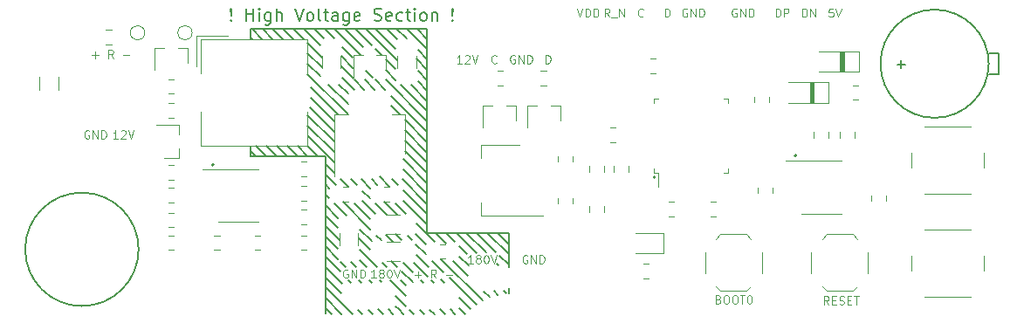
<source format=gbr>
G04 #@! TF.GenerationSoftware,KiCad,Pcbnew,(5.1.5-0-10_14)*
G04 #@! TF.CreationDate,2020-05-10T15:33:43-07:00*
G04 #@! TF.ProjectId,control_module,636f6e74-726f-46c5-9f6d-6f64756c652e,rev?*
G04 #@! TF.SameCoordinates,Original*
G04 #@! TF.FileFunction,Legend,Top*
G04 #@! TF.FilePolarity,Positive*
%FSLAX46Y46*%
G04 Gerber Fmt 4.6, Leading zero omitted, Abs format (unit mm)*
G04 Created by KiCad (PCBNEW (5.1.5-0-10_14)) date 2020-05-10 15:33:43*
%MOMM*%
%LPD*%
G04 APERTURE LIST*
%ADD10C,0.150000*%
%ADD11C,0.120000*%
%ADD12C,0.200000*%
G04 APERTURE END LIST*
D10*
X94375000Y-76475000D02*
X95350000Y-77450000D01*
X93475000Y-76575000D02*
X93825000Y-76925000D01*
X92600000Y-76700000D02*
X92850000Y-76950000D01*
X91600000Y-76700000D02*
X91850000Y-76950000D01*
X89600000Y-76700000D02*
X90125000Y-77225000D01*
X87575000Y-76675000D02*
X87800000Y-76900000D01*
X86575000Y-76675000D02*
X86825000Y-76925000D01*
X85575000Y-76675000D02*
X85850000Y-76950000D01*
X84575000Y-76675000D02*
X84825000Y-76925000D01*
X75200000Y-53300000D02*
X75125000Y-53225000D01*
X76200000Y-53300000D02*
X75200000Y-52300000D01*
X77200000Y-53300000D02*
X76225000Y-52325000D01*
X78200000Y-53300000D02*
X77200000Y-52300000D01*
X79200000Y-53300000D02*
X78200000Y-52300000D01*
X80200000Y-53300000D02*
X79200000Y-52300000D01*
X83175000Y-53275000D02*
X82225000Y-52325000D01*
X82175000Y-53275000D02*
X81225000Y-52325000D01*
X81825000Y-53925000D02*
X80225000Y-52325000D01*
X81975000Y-55075000D02*
X80600000Y-53700000D01*
X81975000Y-56075000D02*
X80600000Y-54700000D01*
X81825000Y-56925000D02*
X80600000Y-55700000D01*
X83625000Y-57725000D02*
X84500000Y-58600000D01*
X82625000Y-57725000D02*
X84500000Y-59600000D01*
X84500000Y-60600000D02*
X80600000Y-56700000D01*
X83525000Y-60625000D02*
X80900000Y-58000000D01*
X83175000Y-61275000D02*
X80900000Y-59000000D01*
X83175000Y-62275000D02*
X80825000Y-59925000D01*
X83175000Y-63275000D02*
X80600000Y-60700000D01*
X83175000Y-64275000D02*
X80600000Y-61700000D01*
X75600000Y-64700000D02*
X75100000Y-64200000D01*
X76600000Y-64700000D02*
X75600000Y-63700000D01*
X77600000Y-64700000D02*
X76600000Y-63700000D01*
X78600000Y-64700000D02*
X77600000Y-63700000D01*
X79600000Y-64700000D02*
X78600000Y-63700000D01*
X80600000Y-64700000D02*
X79600000Y-63700000D01*
X81600000Y-64700000D02*
X80570000Y-63670000D01*
X83175000Y-65275000D02*
X80625000Y-62725000D01*
X83175000Y-66275000D02*
X82300000Y-65400000D01*
X82675000Y-68775000D02*
X82325000Y-68425000D01*
X82675000Y-67775000D02*
X82325000Y-67425000D01*
X83350000Y-67450000D02*
X82325000Y-66425000D01*
X84525000Y-67625000D02*
X83800000Y-66900000D01*
X85350000Y-67450000D02*
X84800000Y-66900000D01*
X86675000Y-67775000D02*
X85800000Y-66900000D01*
X87350000Y-67450000D02*
X86800000Y-66900000D01*
X89350000Y-67450000D02*
X88800000Y-66900000D01*
X88525000Y-67625000D02*
X87550000Y-66650000D01*
X86950000Y-57050000D02*
X86250000Y-56350000D01*
X88100000Y-58200000D02*
X87150000Y-57250000D01*
X87100000Y-58200000D02*
X86150000Y-57250000D01*
X86100000Y-58200000D02*
X85125000Y-57250000D01*
X85100000Y-58200000D02*
X83975000Y-57075000D01*
X85050000Y-57150000D02*
X83825000Y-55925000D01*
X85000000Y-56100000D02*
X83825000Y-54925000D01*
X84975000Y-55075000D02*
X83975000Y-54075000D01*
X89150000Y-57275000D02*
X88200000Y-56325000D01*
X85725000Y-54825000D02*
X83225000Y-52325000D01*
X86000000Y-54100000D02*
X84225000Y-52325000D01*
X86850000Y-53950000D02*
X85225000Y-52325000D01*
X87725000Y-54825000D02*
X87200000Y-54300000D01*
X89150000Y-56250000D02*
X88200000Y-55300000D01*
X89275000Y-55375000D02*
X86225000Y-52325000D01*
X87200000Y-52300000D02*
X89125000Y-54225000D01*
X89250000Y-53350000D02*
X88225000Y-52325000D01*
X90175000Y-53275000D02*
X89225000Y-52325000D01*
X92200000Y-53300000D02*
X91200000Y-52300000D01*
X92200000Y-54300000D02*
X90200000Y-52300000D01*
X92200000Y-55300000D02*
X91275000Y-54375000D01*
X92200000Y-56300000D02*
X91125000Y-55225000D01*
X92200000Y-57300000D02*
X91275000Y-56375000D01*
X92200000Y-58300000D02*
X91275000Y-57375000D01*
X92200000Y-59300000D02*
X90625000Y-57725000D01*
X92200000Y-60300000D02*
X89625000Y-57725000D01*
X92200000Y-61300000D02*
X88150000Y-57250000D01*
X89500000Y-60600000D02*
X88700000Y-59800000D01*
X92175000Y-62275000D02*
X88700000Y-58800000D01*
X92200000Y-63300000D02*
X90025000Y-61125000D01*
X92200000Y-64300000D02*
X90025000Y-62125000D01*
X92200000Y-65300000D02*
X90025000Y-63125000D01*
X92200000Y-66300000D02*
X90050000Y-64150000D01*
X92200000Y-67300000D02*
X89850000Y-64950000D01*
X92200000Y-68300000D02*
X89850000Y-65950000D01*
X84375000Y-70475000D02*
X83150000Y-69250000D01*
X83550000Y-70650000D02*
X82325000Y-69425000D01*
X83525000Y-71625000D02*
X82325000Y-70425000D01*
X83675000Y-72775000D02*
X82325000Y-71425000D01*
X83525000Y-73625000D02*
X82325000Y-72425000D01*
X83525000Y-74625000D02*
X82325000Y-73425000D01*
X85925000Y-68025000D02*
X86675000Y-68775000D01*
X92200000Y-69300000D02*
X89800000Y-66900000D01*
X92175000Y-70275000D02*
X89900000Y-68000000D01*
X92175000Y-71275000D02*
X89900000Y-69000000D01*
X90125000Y-70225000D02*
X89150000Y-69250000D01*
X89275000Y-70375000D02*
X88000000Y-69100000D01*
X88250000Y-70350000D02*
X87150000Y-69250000D01*
X87125000Y-70225000D02*
X85900000Y-69000000D01*
X86675000Y-70775000D02*
X85150000Y-69250000D01*
X86675000Y-71775000D02*
X84000000Y-69100000D01*
X86800000Y-72900000D02*
X85675000Y-71775000D01*
X86675000Y-73775000D02*
X85525000Y-72625000D01*
X87725000Y-72825000D02*
X87275000Y-72375000D01*
X88875000Y-72975000D02*
X88200000Y-72300000D01*
X89725000Y-72825000D02*
X89150000Y-72250000D01*
X90725000Y-72825000D02*
X90275000Y-72375000D01*
X92075000Y-74175000D02*
X91100000Y-73200000D01*
X92100000Y-73200000D02*
X91075000Y-72175000D01*
X92900000Y-73000000D02*
X91125000Y-71225000D01*
X94025000Y-73125000D02*
X93025000Y-72125000D01*
X93800000Y-75900000D02*
X92700000Y-74800000D01*
X92350000Y-75450000D02*
X91125000Y-74225000D01*
X92250000Y-76350000D02*
X90875000Y-74975000D01*
X90800000Y-75900000D02*
X89875000Y-74975000D01*
X90775000Y-76875000D02*
X89725000Y-75825000D01*
X89300000Y-75400000D02*
X88725000Y-74825000D01*
X88300000Y-75400000D02*
X87875000Y-74975000D01*
X87300000Y-75400000D02*
X85675000Y-73775000D01*
X86300000Y-75400000D02*
X85625000Y-74725000D01*
X85300000Y-75400000D02*
X84800000Y-74925000D01*
X84325000Y-75425000D02*
X83800000Y-74900000D01*
X83775000Y-75875000D02*
X82325000Y-74425000D01*
X83925000Y-77025000D02*
X82325000Y-75425000D01*
X83900000Y-78000000D02*
X82325000Y-76425000D01*
X99125000Y-75225000D02*
X98975000Y-75075000D01*
X99000000Y-72100000D02*
X100075000Y-73175000D01*
X98000000Y-72100000D02*
X100100000Y-74200000D01*
X99200000Y-74300000D02*
X100100000Y-75200000D01*
X97000000Y-72100000D02*
X98875000Y-73975000D01*
X96000000Y-72100000D02*
X97925000Y-74025000D01*
X95000000Y-72100000D02*
X96950000Y-74050000D01*
X94900000Y-73000000D02*
X94000000Y-72100000D01*
X96075000Y-74175000D02*
X95325000Y-73425000D01*
X96200000Y-75300000D02*
X95325000Y-74425000D01*
X96175000Y-76275000D02*
X94700000Y-74800000D01*
X99900000Y-78000000D02*
X99650000Y-77750000D01*
X99000000Y-78100000D02*
X98650000Y-77750000D01*
X98225000Y-78325000D02*
X97675000Y-77775000D01*
X97550000Y-78650000D02*
X93550000Y-74650000D01*
X95350000Y-77450000D02*
X96950000Y-79050000D01*
X95325000Y-78425000D02*
X96425000Y-79525000D01*
X95325000Y-79425000D02*
X95900000Y-80000000D01*
X89425000Y-79525000D02*
X89100000Y-79200000D01*
X88600000Y-76700000D02*
X90100000Y-78200000D01*
X89125000Y-78225000D02*
X90100000Y-79200000D01*
X94425000Y-79525000D02*
X94900000Y-80000000D01*
X93425000Y-79525000D02*
X93900000Y-80000000D01*
X92450000Y-79550000D02*
X92900000Y-80000000D01*
X91450000Y-79550000D02*
X91900000Y-80000000D01*
X90475000Y-79575000D02*
X90900000Y-80000000D01*
X89425000Y-79525000D02*
X89900000Y-80000000D01*
X88425000Y-79525000D02*
X88900000Y-80000000D01*
X87425000Y-79525000D02*
X87900000Y-80000000D01*
X86450000Y-79550000D02*
X86900000Y-80000000D01*
X85450000Y-79550000D02*
X85900000Y-80000000D01*
X82300000Y-77400000D02*
X84925000Y-80025000D01*
X82300000Y-78400000D02*
X83900000Y-80000000D01*
X82300000Y-79400000D02*
X82900000Y-80000000D01*
X129400000Y-57600000D02*
X129400000Y-59400000D01*
X129500000Y-57600000D02*
X129500000Y-59400000D01*
X129600000Y-57600000D02*
X129600000Y-59400000D01*
X129700000Y-57600000D02*
X129700000Y-59400000D01*
X132400000Y-54600000D02*
X132400000Y-56400000D01*
X132500000Y-54600000D02*
X132500000Y-56400000D01*
X132600000Y-54600000D02*
X132600000Y-56400000D01*
X132300000Y-54600000D02*
X132300000Y-56400000D01*
X71500000Y-65500000D02*
G75*
G03X71500000Y-65500000I-100000J0D01*
G01*
X128000000Y-64600000D02*
G75*
G03X128000000Y-64600000I-100000J0D01*
G01*
X114300000Y-66700000D02*
G75*
G03X114300000Y-66700000I-100000J0D01*
G01*
X82300000Y-64700000D02*
X82300000Y-79900000D01*
X82300000Y-64700000D02*
X75100000Y-64700000D01*
X75100000Y-63700000D02*
X75100000Y-64700000D01*
X100100000Y-72100000D02*
X92200000Y-72100000D01*
X75100000Y-52300000D02*
X75100000Y-53300000D01*
D11*
X59390476Y-62200000D02*
X59314285Y-62161904D01*
X59200000Y-62161904D01*
X59085714Y-62200000D01*
X59009523Y-62276190D01*
X58971428Y-62352380D01*
X58933333Y-62504761D01*
X58933333Y-62619047D01*
X58971428Y-62771428D01*
X59009523Y-62847619D01*
X59085714Y-62923809D01*
X59200000Y-62961904D01*
X59276190Y-62961904D01*
X59390476Y-62923809D01*
X59428571Y-62885714D01*
X59428571Y-62619047D01*
X59276190Y-62619047D01*
X59771428Y-62961904D02*
X59771428Y-62161904D01*
X60228571Y-62961904D01*
X60228571Y-62161904D01*
X60609523Y-62961904D02*
X60609523Y-62161904D01*
X60800000Y-62161904D01*
X60914285Y-62200000D01*
X60990476Y-62276190D01*
X61028571Y-62352380D01*
X61066666Y-62504761D01*
X61066666Y-62619047D01*
X61028571Y-62771428D01*
X60990476Y-62847619D01*
X60914285Y-62923809D01*
X60800000Y-62961904D01*
X60609523Y-62961904D01*
X62204761Y-62961904D02*
X61747619Y-62961904D01*
X61976190Y-62961904D02*
X61976190Y-62161904D01*
X61900000Y-62276190D01*
X61823809Y-62352380D01*
X61747619Y-62390476D01*
X62509523Y-62238095D02*
X62547619Y-62200000D01*
X62623809Y-62161904D01*
X62814285Y-62161904D01*
X62890476Y-62200000D01*
X62928571Y-62238095D01*
X62966666Y-62314285D01*
X62966666Y-62390476D01*
X62928571Y-62504761D01*
X62471428Y-62961904D01*
X62966666Y-62961904D01*
X63195238Y-62161904D02*
X63461904Y-62961904D01*
X63728571Y-62161904D01*
X59690476Y-54857142D02*
X60300000Y-54857142D01*
X59995238Y-55161904D02*
X59995238Y-54552380D01*
X61747619Y-55161904D02*
X61480952Y-54780952D01*
X61290476Y-55161904D02*
X61290476Y-54361904D01*
X61595238Y-54361904D01*
X61671428Y-54400000D01*
X61709523Y-54438095D01*
X61747619Y-54514285D01*
X61747619Y-54628571D01*
X61709523Y-54704761D01*
X61671428Y-54742857D01*
X61595238Y-54780952D01*
X61290476Y-54780952D01*
X62700000Y-54857142D02*
X63309523Y-54857142D01*
X96623809Y-75061904D02*
X96166666Y-75061904D01*
X96395238Y-75061904D02*
X96395238Y-74261904D01*
X96319047Y-74376190D01*
X96242857Y-74452380D01*
X96166666Y-74490476D01*
X97080952Y-74604761D02*
X97004761Y-74566666D01*
X96966666Y-74528571D01*
X96928571Y-74452380D01*
X96928571Y-74414285D01*
X96966666Y-74338095D01*
X97004761Y-74300000D01*
X97080952Y-74261904D01*
X97233333Y-74261904D01*
X97309523Y-74300000D01*
X97347619Y-74338095D01*
X97385714Y-74414285D01*
X97385714Y-74452380D01*
X97347619Y-74528571D01*
X97309523Y-74566666D01*
X97233333Y-74604761D01*
X97080952Y-74604761D01*
X97004761Y-74642857D01*
X96966666Y-74680952D01*
X96928571Y-74757142D01*
X96928571Y-74909523D01*
X96966666Y-74985714D01*
X97004761Y-75023809D01*
X97080952Y-75061904D01*
X97233333Y-75061904D01*
X97309523Y-75023809D01*
X97347619Y-74985714D01*
X97385714Y-74909523D01*
X97385714Y-74757142D01*
X97347619Y-74680952D01*
X97309523Y-74642857D01*
X97233333Y-74604761D01*
X97880952Y-74261904D02*
X97957142Y-74261904D01*
X98033333Y-74300000D01*
X98071428Y-74338095D01*
X98109523Y-74414285D01*
X98147619Y-74566666D01*
X98147619Y-74757142D01*
X98109523Y-74909523D01*
X98071428Y-74985714D01*
X98033333Y-75023809D01*
X97957142Y-75061904D01*
X97880952Y-75061904D01*
X97804761Y-75023809D01*
X97766666Y-74985714D01*
X97728571Y-74909523D01*
X97690476Y-74757142D01*
X97690476Y-74566666D01*
X97728571Y-74414285D01*
X97766666Y-74338095D01*
X97804761Y-74300000D01*
X97880952Y-74261904D01*
X98376190Y-74261904D02*
X98642857Y-75061904D01*
X98909523Y-74261904D01*
X90990476Y-76157142D02*
X91600000Y-76157142D01*
X91295238Y-76461904D02*
X91295238Y-75852380D01*
X93047619Y-76461904D02*
X92780952Y-76080952D01*
X92590476Y-76461904D02*
X92590476Y-75661904D01*
X92895238Y-75661904D01*
X92971428Y-75700000D01*
X93009523Y-75738095D01*
X93047619Y-75814285D01*
X93047619Y-75928571D01*
X93009523Y-76004761D01*
X92971428Y-76042857D01*
X92895238Y-76080952D01*
X92590476Y-76080952D01*
X94000000Y-76157142D02*
X94609523Y-76157142D01*
X84490476Y-75700000D02*
X84414285Y-75661904D01*
X84300000Y-75661904D01*
X84185714Y-75700000D01*
X84109523Y-75776190D01*
X84071428Y-75852380D01*
X84033333Y-76004761D01*
X84033333Y-76119047D01*
X84071428Y-76271428D01*
X84109523Y-76347619D01*
X84185714Y-76423809D01*
X84300000Y-76461904D01*
X84376190Y-76461904D01*
X84490476Y-76423809D01*
X84528571Y-76385714D01*
X84528571Y-76119047D01*
X84376190Y-76119047D01*
X84871428Y-76461904D02*
X84871428Y-75661904D01*
X85328571Y-76461904D01*
X85328571Y-75661904D01*
X85709523Y-76461904D02*
X85709523Y-75661904D01*
X85900000Y-75661904D01*
X86014285Y-75700000D01*
X86090476Y-75776190D01*
X86128571Y-75852380D01*
X86166666Y-76004761D01*
X86166666Y-76119047D01*
X86128571Y-76271428D01*
X86090476Y-76347619D01*
X86014285Y-76423809D01*
X85900000Y-76461904D01*
X85709523Y-76461904D01*
D12*
X73157142Y-51428571D02*
X73214285Y-51485714D01*
X73157142Y-51542857D01*
X73100000Y-51485714D01*
X73157142Y-51428571D01*
X73157142Y-51542857D01*
X73157142Y-51085714D02*
X73100000Y-50400000D01*
X73157142Y-50342857D01*
X73214285Y-50400000D01*
X73157142Y-51085714D01*
X73157142Y-50342857D01*
X74642857Y-51542857D02*
X74642857Y-50342857D01*
X74642857Y-50914285D02*
X75328571Y-50914285D01*
X75328571Y-51542857D02*
X75328571Y-50342857D01*
X75900000Y-51542857D02*
X75900000Y-50742857D01*
X75900000Y-50342857D02*
X75842857Y-50400000D01*
X75900000Y-50457142D01*
X75957142Y-50400000D01*
X75900000Y-50342857D01*
X75900000Y-50457142D01*
X76985714Y-50742857D02*
X76985714Y-51714285D01*
X76928571Y-51828571D01*
X76871428Y-51885714D01*
X76757142Y-51942857D01*
X76585714Y-51942857D01*
X76471428Y-51885714D01*
X76985714Y-51485714D02*
X76871428Y-51542857D01*
X76642857Y-51542857D01*
X76528571Y-51485714D01*
X76471428Y-51428571D01*
X76414285Y-51314285D01*
X76414285Y-50971428D01*
X76471428Y-50857142D01*
X76528571Y-50800000D01*
X76642857Y-50742857D01*
X76871428Y-50742857D01*
X76985714Y-50800000D01*
X77557142Y-51542857D02*
X77557142Y-50342857D01*
X78071428Y-51542857D02*
X78071428Y-50914285D01*
X78014285Y-50800000D01*
X77900000Y-50742857D01*
X77728571Y-50742857D01*
X77614285Y-50800000D01*
X77557142Y-50857142D01*
X79385714Y-50342857D02*
X79785714Y-51542857D01*
X80185714Y-50342857D01*
X80757142Y-51542857D02*
X80642857Y-51485714D01*
X80585714Y-51428571D01*
X80528571Y-51314285D01*
X80528571Y-50971428D01*
X80585714Y-50857142D01*
X80642857Y-50800000D01*
X80757142Y-50742857D01*
X80928571Y-50742857D01*
X81042857Y-50800000D01*
X81100000Y-50857142D01*
X81157142Y-50971428D01*
X81157142Y-51314285D01*
X81100000Y-51428571D01*
X81042857Y-51485714D01*
X80928571Y-51542857D01*
X80757142Y-51542857D01*
X81842857Y-51542857D02*
X81728571Y-51485714D01*
X81671428Y-51371428D01*
X81671428Y-50342857D01*
X82128571Y-50742857D02*
X82585714Y-50742857D01*
X82300000Y-50342857D02*
X82300000Y-51371428D01*
X82357142Y-51485714D01*
X82471428Y-51542857D01*
X82585714Y-51542857D01*
X83500000Y-51542857D02*
X83500000Y-50914285D01*
X83442857Y-50800000D01*
X83328571Y-50742857D01*
X83100000Y-50742857D01*
X82985714Y-50800000D01*
X83500000Y-51485714D02*
X83385714Y-51542857D01*
X83100000Y-51542857D01*
X82985714Y-51485714D01*
X82928571Y-51371428D01*
X82928571Y-51257142D01*
X82985714Y-51142857D01*
X83100000Y-51085714D01*
X83385714Y-51085714D01*
X83500000Y-51028571D01*
X84585714Y-50742857D02*
X84585714Y-51714285D01*
X84528571Y-51828571D01*
X84471428Y-51885714D01*
X84357142Y-51942857D01*
X84185714Y-51942857D01*
X84071428Y-51885714D01*
X84585714Y-51485714D02*
X84471428Y-51542857D01*
X84242857Y-51542857D01*
X84128571Y-51485714D01*
X84071428Y-51428571D01*
X84014285Y-51314285D01*
X84014285Y-50971428D01*
X84071428Y-50857142D01*
X84128571Y-50800000D01*
X84242857Y-50742857D01*
X84471428Y-50742857D01*
X84585714Y-50800000D01*
X85614285Y-51485714D02*
X85500000Y-51542857D01*
X85271428Y-51542857D01*
X85157142Y-51485714D01*
X85100000Y-51371428D01*
X85100000Y-50914285D01*
X85157142Y-50800000D01*
X85271428Y-50742857D01*
X85500000Y-50742857D01*
X85614285Y-50800000D01*
X85671428Y-50914285D01*
X85671428Y-51028571D01*
X85100000Y-51142857D01*
X87042857Y-51485714D02*
X87214285Y-51542857D01*
X87500000Y-51542857D01*
X87614285Y-51485714D01*
X87671428Y-51428571D01*
X87728571Y-51314285D01*
X87728571Y-51200000D01*
X87671428Y-51085714D01*
X87614285Y-51028571D01*
X87500000Y-50971428D01*
X87271428Y-50914285D01*
X87157142Y-50857142D01*
X87100000Y-50800000D01*
X87042857Y-50685714D01*
X87042857Y-50571428D01*
X87100000Y-50457142D01*
X87157142Y-50400000D01*
X87271428Y-50342857D01*
X87557142Y-50342857D01*
X87728571Y-50400000D01*
X88700000Y-51485714D02*
X88585714Y-51542857D01*
X88357142Y-51542857D01*
X88242857Y-51485714D01*
X88185714Y-51371428D01*
X88185714Y-50914285D01*
X88242857Y-50800000D01*
X88357142Y-50742857D01*
X88585714Y-50742857D01*
X88700000Y-50800000D01*
X88757142Y-50914285D01*
X88757142Y-51028571D01*
X88185714Y-51142857D01*
X89785714Y-51485714D02*
X89671428Y-51542857D01*
X89442857Y-51542857D01*
X89328571Y-51485714D01*
X89271428Y-51428571D01*
X89214285Y-51314285D01*
X89214285Y-50971428D01*
X89271428Y-50857142D01*
X89328571Y-50800000D01*
X89442857Y-50742857D01*
X89671428Y-50742857D01*
X89785714Y-50800000D01*
X90128571Y-50742857D02*
X90585714Y-50742857D01*
X90300000Y-50342857D02*
X90300000Y-51371428D01*
X90357142Y-51485714D01*
X90471428Y-51542857D01*
X90585714Y-51542857D01*
X90985714Y-51542857D02*
X90985714Y-50742857D01*
X90985714Y-50342857D02*
X90928571Y-50400000D01*
X90985714Y-50457142D01*
X91042857Y-50400000D01*
X90985714Y-50342857D01*
X90985714Y-50457142D01*
X91728571Y-51542857D02*
X91614285Y-51485714D01*
X91557142Y-51428571D01*
X91500000Y-51314285D01*
X91500000Y-50971428D01*
X91557142Y-50857142D01*
X91614285Y-50800000D01*
X91728571Y-50742857D01*
X91900000Y-50742857D01*
X92014285Y-50800000D01*
X92071428Y-50857142D01*
X92128571Y-50971428D01*
X92128571Y-51314285D01*
X92071428Y-51428571D01*
X92014285Y-51485714D01*
X91900000Y-51542857D01*
X91728571Y-51542857D01*
X92642857Y-50742857D02*
X92642857Y-51542857D01*
X92642857Y-50857142D02*
X92700000Y-50800000D01*
X92814285Y-50742857D01*
X92985714Y-50742857D01*
X93100000Y-50800000D01*
X93157142Y-50914285D01*
X93157142Y-51542857D01*
X94642857Y-51428571D02*
X94700000Y-51485714D01*
X94642857Y-51542857D01*
X94585714Y-51485714D01*
X94642857Y-51428571D01*
X94642857Y-51542857D01*
X94642857Y-51085714D02*
X94585714Y-50400000D01*
X94642857Y-50342857D01*
X94700000Y-50400000D01*
X94642857Y-51085714D01*
X94642857Y-50342857D01*
D10*
X75100000Y-52300000D02*
X92200000Y-52300000D01*
D11*
X120433333Y-78542857D02*
X120547619Y-78580952D01*
X120585714Y-78619047D01*
X120623809Y-78695238D01*
X120623809Y-78809523D01*
X120585714Y-78885714D01*
X120547619Y-78923809D01*
X120471428Y-78961904D01*
X120166666Y-78961904D01*
X120166666Y-78161904D01*
X120433333Y-78161904D01*
X120509523Y-78200000D01*
X120547619Y-78238095D01*
X120585714Y-78314285D01*
X120585714Y-78390476D01*
X120547619Y-78466666D01*
X120509523Y-78504761D01*
X120433333Y-78542857D01*
X120166666Y-78542857D01*
X121119047Y-78161904D02*
X121271428Y-78161904D01*
X121347619Y-78200000D01*
X121423809Y-78276190D01*
X121461904Y-78428571D01*
X121461904Y-78695238D01*
X121423809Y-78847619D01*
X121347619Y-78923809D01*
X121271428Y-78961904D01*
X121119047Y-78961904D01*
X121042857Y-78923809D01*
X120966666Y-78847619D01*
X120928571Y-78695238D01*
X120928571Y-78428571D01*
X120966666Y-78276190D01*
X121042857Y-78200000D01*
X121119047Y-78161904D01*
X121957142Y-78161904D02*
X122109523Y-78161904D01*
X122185714Y-78200000D01*
X122261904Y-78276190D01*
X122300000Y-78428571D01*
X122300000Y-78695238D01*
X122261904Y-78847619D01*
X122185714Y-78923809D01*
X122109523Y-78961904D01*
X121957142Y-78961904D01*
X121880952Y-78923809D01*
X121804761Y-78847619D01*
X121766666Y-78695238D01*
X121766666Y-78428571D01*
X121804761Y-78276190D01*
X121880952Y-78200000D01*
X121957142Y-78161904D01*
X122528571Y-78161904D02*
X122985714Y-78161904D01*
X122757142Y-78961904D02*
X122757142Y-78161904D01*
X123404761Y-78161904D02*
X123480952Y-78161904D01*
X123557142Y-78200000D01*
X123595238Y-78238095D01*
X123633333Y-78314285D01*
X123671428Y-78466666D01*
X123671428Y-78657142D01*
X123633333Y-78809523D01*
X123595238Y-78885714D01*
X123557142Y-78923809D01*
X123480952Y-78961904D01*
X123404761Y-78961904D01*
X123328571Y-78923809D01*
X123290476Y-78885714D01*
X123252380Y-78809523D01*
X123214285Y-78657142D01*
X123214285Y-78466666D01*
X123252380Y-78314285D01*
X123290476Y-78238095D01*
X123328571Y-78200000D01*
X123404761Y-78161904D01*
X131138095Y-79061904D02*
X130871428Y-78680952D01*
X130680952Y-79061904D02*
X130680952Y-78261904D01*
X130985714Y-78261904D01*
X131061904Y-78300000D01*
X131100000Y-78338095D01*
X131138095Y-78414285D01*
X131138095Y-78528571D01*
X131100000Y-78604761D01*
X131061904Y-78642857D01*
X130985714Y-78680952D01*
X130680952Y-78680952D01*
X131480952Y-78642857D02*
X131747619Y-78642857D01*
X131861904Y-79061904D02*
X131480952Y-79061904D01*
X131480952Y-78261904D01*
X131861904Y-78261904D01*
X132166666Y-79023809D02*
X132280952Y-79061904D01*
X132471428Y-79061904D01*
X132547619Y-79023809D01*
X132585714Y-78985714D01*
X132623809Y-78909523D01*
X132623809Y-78833333D01*
X132585714Y-78757142D01*
X132547619Y-78719047D01*
X132471428Y-78680952D01*
X132319047Y-78642857D01*
X132242857Y-78604761D01*
X132204761Y-78566666D01*
X132166666Y-78490476D01*
X132166666Y-78414285D01*
X132204761Y-78338095D01*
X132242857Y-78300000D01*
X132319047Y-78261904D01*
X132509523Y-78261904D01*
X132623809Y-78300000D01*
X132966666Y-78642857D02*
X133233333Y-78642857D01*
X133347619Y-79061904D02*
X132966666Y-79061904D01*
X132966666Y-78261904D01*
X133347619Y-78261904D01*
X133576190Y-78261904D02*
X134033333Y-78261904D01*
X133804761Y-79061904D02*
X133804761Y-78261904D01*
X117390476Y-50400000D02*
X117314285Y-50361904D01*
X117200000Y-50361904D01*
X117085714Y-50400000D01*
X117009523Y-50476190D01*
X116971428Y-50552380D01*
X116933333Y-50704761D01*
X116933333Y-50819047D01*
X116971428Y-50971428D01*
X117009523Y-51047619D01*
X117085714Y-51123809D01*
X117200000Y-51161904D01*
X117276190Y-51161904D01*
X117390476Y-51123809D01*
X117428571Y-51085714D01*
X117428571Y-50819047D01*
X117276190Y-50819047D01*
X117771428Y-51161904D02*
X117771428Y-50361904D01*
X118228571Y-51161904D01*
X118228571Y-50361904D01*
X118609523Y-51161904D02*
X118609523Y-50361904D01*
X118800000Y-50361904D01*
X118914285Y-50400000D01*
X118990476Y-50476190D01*
X119028571Y-50552380D01*
X119066666Y-50704761D01*
X119066666Y-50819047D01*
X119028571Y-50971428D01*
X118990476Y-51047619D01*
X118914285Y-51123809D01*
X118800000Y-51161904D01*
X118609523Y-51161904D01*
X115240476Y-51161904D02*
X115240476Y-50361904D01*
X115430952Y-50361904D01*
X115545238Y-50400000D01*
X115621428Y-50476190D01*
X115659523Y-50552380D01*
X115697619Y-50704761D01*
X115697619Y-50819047D01*
X115659523Y-50971428D01*
X115621428Y-51047619D01*
X115545238Y-51123809D01*
X115430952Y-51161904D01*
X115240476Y-51161904D01*
X113147619Y-51085714D02*
X113109523Y-51123809D01*
X112995238Y-51161904D01*
X112919047Y-51161904D01*
X112804761Y-51123809D01*
X112728571Y-51047619D01*
X112690476Y-50971428D01*
X112652380Y-50819047D01*
X112652380Y-50704761D01*
X112690476Y-50552380D01*
X112728571Y-50476190D01*
X112804761Y-50400000D01*
X112919047Y-50361904D01*
X112995238Y-50361904D01*
X113109523Y-50400000D01*
X113147619Y-50438095D01*
X109873809Y-51161904D02*
X109607142Y-50780952D01*
X109416666Y-51161904D02*
X109416666Y-50361904D01*
X109721428Y-50361904D01*
X109797619Y-50400000D01*
X109835714Y-50438095D01*
X109873809Y-50514285D01*
X109873809Y-50628571D01*
X109835714Y-50704761D01*
X109797619Y-50742857D01*
X109721428Y-50780952D01*
X109416666Y-50780952D01*
X110026190Y-51238095D02*
X110635714Y-51238095D01*
X110826190Y-51161904D02*
X110826190Y-50361904D01*
X111283333Y-51161904D01*
X111283333Y-50361904D01*
X106733333Y-50361904D02*
X107000000Y-51161904D01*
X107266666Y-50361904D01*
X107533333Y-51161904D02*
X107533333Y-50361904D01*
X107723809Y-50361904D01*
X107838095Y-50400000D01*
X107914285Y-50476190D01*
X107952380Y-50552380D01*
X107990476Y-50704761D01*
X107990476Y-50819047D01*
X107952380Y-50971428D01*
X107914285Y-51047619D01*
X107838095Y-51123809D01*
X107723809Y-51161904D01*
X107533333Y-51161904D01*
X108333333Y-51161904D02*
X108333333Y-50361904D01*
X108523809Y-50361904D01*
X108638095Y-50400000D01*
X108714285Y-50476190D01*
X108752380Y-50552380D01*
X108790476Y-50704761D01*
X108790476Y-50819047D01*
X108752380Y-50971428D01*
X108714285Y-51047619D01*
X108638095Y-51123809D01*
X108523809Y-51161904D01*
X108333333Y-51161904D01*
X131547619Y-50361904D02*
X131166666Y-50361904D01*
X131128571Y-50742857D01*
X131166666Y-50704761D01*
X131242857Y-50666666D01*
X131433333Y-50666666D01*
X131509523Y-50704761D01*
X131547619Y-50742857D01*
X131585714Y-50819047D01*
X131585714Y-51009523D01*
X131547619Y-51085714D01*
X131509523Y-51123809D01*
X131433333Y-51161904D01*
X131242857Y-51161904D01*
X131166666Y-51123809D01*
X131128571Y-51085714D01*
X131814285Y-50361904D02*
X132080952Y-51161904D01*
X132347619Y-50361904D01*
X128571428Y-51161904D02*
X128571428Y-50361904D01*
X128761904Y-50361904D01*
X128876190Y-50400000D01*
X128952380Y-50476190D01*
X128990476Y-50552380D01*
X129028571Y-50704761D01*
X129028571Y-50819047D01*
X128990476Y-50971428D01*
X128952380Y-51047619D01*
X128876190Y-51123809D01*
X128761904Y-51161904D01*
X128571428Y-51161904D01*
X129371428Y-51161904D02*
X129371428Y-50361904D01*
X129828571Y-51161904D01*
X129828571Y-50361904D01*
X125990476Y-51161904D02*
X125990476Y-50361904D01*
X126180952Y-50361904D01*
X126295238Y-50400000D01*
X126371428Y-50476190D01*
X126409523Y-50552380D01*
X126447619Y-50704761D01*
X126447619Y-50819047D01*
X126409523Y-50971428D01*
X126371428Y-51047619D01*
X126295238Y-51123809D01*
X126180952Y-51161904D01*
X125990476Y-51161904D01*
X126790476Y-51161904D02*
X126790476Y-50361904D01*
X127095238Y-50361904D01*
X127171428Y-50400000D01*
X127209523Y-50438095D01*
X127247619Y-50514285D01*
X127247619Y-50628571D01*
X127209523Y-50704761D01*
X127171428Y-50742857D01*
X127095238Y-50780952D01*
X126790476Y-50780952D01*
X122190476Y-50400000D02*
X122114285Y-50361904D01*
X122000000Y-50361904D01*
X121885714Y-50400000D01*
X121809523Y-50476190D01*
X121771428Y-50552380D01*
X121733333Y-50704761D01*
X121733333Y-50819047D01*
X121771428Y-50971428D01*
X121809523Y-51047619D01*
X121885714Y-51123809D01*
X122000000Y-51161904D01*
X122076190Y-51161904D01*
X122190476Y-51123809D01*
X122228571Y-51085714D01*
X122228571Y-50819047D01*
X122076190Y-50819047D01*
X122571428Y-51161904D02*
X122571428Y-50361904D01*
X123028571Y-51161904D01*
X123028571Y-50361904D01*
X123409523Y-51161904D02*
X123409523Y-50361904D01*
X123600000Y-50361904D01*
X123714285Y-50400000D01*
X123790476Y-50476190D01*
X123828571Y-50552380D01*
X123866666Y-50704761D01*
X123866666Y-50819047D01*
X123828571Y-50971428D01*
X123790476Y-51047619D01*
X123714285Y-51123809D01*
X123600000Y-51161904D01*
X123409523Y-51161904D01*
D10*
X100100000Y-77500000D02*
X100100000Y-78000000D01*
D11*
X95554761Y-55661904D02*
X95097619Y-55661904D01*
X95326190Y-55661904D02*
X95326190Y-54861904D01*
X95250000Y-54976190D01*
X95173809Y-55052380D01*
X95097619Y-55090476D01*
X95859523Y-54938095D02*
X95897619Y-54900000D01*
X95973809Y-54861904D01*
X96164285Y-54861904D01*
X96240476Y-54900000D01*
X96278571Y-54938095D01*
X96316666Y-55014285D01*
X96316666Y-55090476D01*
X96278571Y-55204761D01*
X95821428Y-55661904D01*
X96316666Y-55661904D01*
X96545238Y-54861904D02*
X96811904Y-55661904D01*
X97078571Y-54861904D01*
X98922619Y-55585714D02*
X98884523Y-55623809D01*
X98770238Y-55661904D01*
X98694047Y-55661904D01*
X98579761Y-55623809D01*
X98503571Y-55547619D01*
X98465476Y-55471428D01*
X98427380Y-55319047D01*
X98427380Y-55204761D01*
X98465476Y-55052380D01*
X98503571Y-54976190D01*
X98579761Y-54900000D01*
X98694047Y-54861904D01*
X98770238Y-54861904D01*
X98884523Y-54900000D01*
X98922619Y-54938095D01*
X103690476Y-55661904D02*
X103690476Y-54861904D01*
X103880952Y-54861904D01*
X103995238Y-54900000D01*
X104071428Y-54976190D01*
X104109523Y-55052380D01*
X104147619Y-55204761D01*
X104147619Y-55319047D01*
X104109523Y-55471428D01*
X104071428Y-55547619D01*
X103995238Y-55623809D01*
X103880952Y-55661904D01*
X103690476Y-55661904D01*
X100690476Y-54900000D02*
X100614285Y-54861904D01*
X100500000Y-54861904D01*
X100385714Y-54900000D01*
X100309523Y-54976190D01*
X100271428Y-55052380D01*
X100233333Y-55204761D01*
X100233333Y-55319047D01*
X100271428Y-55471428D01*
X100309523Y-55547619D01*
X100385714Y-55623809D01*
X100500000Y-55661904D01*
X100576190Y-55661904D01*
X100690476Y-55623809D01*
X100728571Y-55585714D01*
X100728571Y-55319047D01*
X100576190Y-55319047D01*
X101071428Y-55661904D02*
X101071428Y-54861904D01*
X101528571Y-55661904D01*
X101528571Y-54861904D01*
X101909523Y-55661904D02*
X101909523Y-54861904D01*
X102100000Y-54861904D01*
X102214285Y-54900000D01*
X102290476Y-54976190D01*
X102328571Y-55052380D01*
X102366666Y-55204761D01*
X102366666Y-55319047D01*
X102328571Y-55471428D01*
X102290476Y-55547619D01*
X102214285Y-55623809D01*
X102100000Y-55661904D01*
X101909523Y-55661904D01*
X101890476Y-74300000D02*
X101814285Y-74261904D01*
X101700000Y-74261904D01*
X101585714Y-74300000D01*
X101509523Y-74376190D01*
X101471428Y-74452380D01*
X101433333Y-74604761D01*
X101433333Y-74719047D01*
X101471428Y-74871428D01*
X101509523Y-74947619D01*
X101585714Y-75023809D01*
X101700000Y-75061904D01*
X101776190Y-75061904D01*
X101890476Y-75023809D01*
X101928571Y-74985714D01*
X101928571Y-74719047D01*
X101776190Y-74719047D01*
X102271428Y-75061904D02*
X102271428Y-74261904D01*
X102728571Y-75061904D01*
X102728571Y-74261904D01*
X103109523Y-75061904D02*
X103109523Y-74261904D01*
X103300000Y-74261904D01*
X103414285Y-74300000D01*
X103490476Y-74376190D01*
X103528571Y-74452380D01*
X103566666Y-74604761D01*
X103566666Y-74719047D01*
X103528571Y-74871428D01*
X103490476Y-74947619D01*
X103414285Y-75023809D01*
X103300000Y-75061904D01*
X103109523Y-75061904D01*
X87223809Y-76461904D02*
X86766666Y-76461904D01*
X86995238Y-76461904D02*
X86995238Y-75661904D01*
X86919047Y-75776190D01*
X86842857Y-75852380D01*
X86766666Y-75890476D01*
X87680952Y-76004761D02*
X87604761Y-75966666D01*
X87566666Y-75928571D01*
X87528571Y-75852380D01*
X87528571Y-75814285D01*
X87566666Y-75738095D01*
X87604761Y-75700000D01*
X87680952Y-75661904D01*
X87833333Y-75661904D01*
X87909523Y-75700000D01*
X87947619Y-75738095D01*
X87985714Y-75814285D01*
X87985714Y-75852380D01*
X87947619Y-75928571D01*
X87909523Y-75966666D01*
X87833333Y-76004761D01*
X87680952Y-76004761D01*
X87604761Y-76042857D01*
X87566666Y-76080952D01*
X87528571Y-76157142D01*
X87528571Y-76309523D01*
X87566666Y-76385714D01*
X87604761Y-76423809D01*
X87680952Y-76461904D01*
X87833333Y-76461904D01*
X87909523Y-76423809D01*
X87947619Y-76385714D01*
X87985714Y-76309523D01*
X87985714Y-76157142D01*
X87947619Y-76080952D01*
X87909523Y-76042857D01*
X87833333Y-76004761D01*
X88480952Y-75661904D02*
X88557142Y-75661904D01*
X88633333Y-75700000D01*
X88671428Y-75738095D01*
X88709523Y-75814285D01*
X88747619Y-75966666D01*
X88747619Y-76157142D01*
X88709523Y-76309523D01*
X88671428Y-76385714D01*
X88633333Y-76423809D01*
X88557142Y-76461904D01*
X88480952Y-76461904D01*
X88404761Y-76423809D01*
X88366666Y-76385714D01*
X88328571Y-76309523D01*
X88290476Y-76157142D01*
X88290476Y-75966666D01*
X88328571Y-75814285D01*
X88366666Y-75738095D01*
X88404761Y-75700000D01*
X88480952Y-75661904D01*
X88976190Y-75661904D02*
X89242857Y-76461904D01*
X89509523Y-75661904D01*
D10*
X92200000Y-52300000D02*
X92200000Y-72100000D01*
X100100000Y-72100000D02*
X100100000Y-75400000D01*
D11*
X54590000Y-56997936D02*
X54590000Y-58202064D01*
X56410000Y-56997936D02*
X56410000Y-58202064D01*
X64800000Y-52700000D02*
G75*
G03X64800000Y-52700000I-700000J0D01*
G01*
X61558578Y-52390000D02*
X61041422Y-52390000D01*
X61558578Y-53810000D02*
X61041422Y-53810000D01*
X69400000Y-52700000D02*
G75*
G03X69400000Y-52700000I-700000J0D01*
G01*
X93441422Y-74610000D02*
X93958578Y-74610000D01*
X93441422Y-73190000D02*
X93958578Y-73190000D01*
X83810000Y-56102064D02*
X83810000Y-54897936D01*
X81990000Y-56102064D02*
X81990000Y-54897936D01*
X123150000Y-77750000D02*
X120650000Y-77750000D01*
X124650000Y-76000000D02*
X124650000Y-74000000D01*
X123150000Y-72250000D02*
X120650000Y-72250000D01*
X119150000Y-76000000D02*
X119150000Y-74000000D01*
X123600000Y-77300000D02*
X123150000Y-77750000D01*
X120200000Y-77300000D02*
X120650000Y-77750000D01*
X120200000Y-72700000D02*
X120650000Y-72250000D01*
X123600000Y-72700000D02*
X123150000Y-72250000D01*
X133450000Y-77750000D02*
X130950000Y-77750000D01*
X134950000Y-76000000D02*
X134950000Y-74000000D01*
X133450000Y-72250000D02*
X130950000Y-72250000D01*
X129450000Y-76000000D02*
X129450000Y-74000000D01*
X133900000Y-77300000D02*
X133450000Y-77750000D01*
X130500000Y-77300000D02*
X130950000Y-77750000D01*
X130500000Y-72700000D02*
X130950000Y-72250000D01*
X133900000Y-72700000D02*
X133450000Y-72250000D01*
X68110000Y-64830000D02*
X66650000Y-64830000D01*
X68110000Y-61670000D02*
X65950000Y-61670000D01*
X68110000Y-61670000D02*
X68110000Y-62600000D01*
X68110000Y-64830000D02*
X68110000Y-63900000D01*
X105080000Y-59740000D02*
X105080000Y-61200000D01*
X101920000Y-59740000D02*
X101920000Y-61900000D01*
X101920000Y-59740000D02*
X102850000Y-59740000D01*
X105080000Y-59740000D02*
X104150000Y-59740000D01*
X100780000Y-59740000D02*
X100780000Y-61200000D01*
X97620000Y-59740000D02*
X97620000Y-61900000D01*
X97620000Y-59740000D02*
X98550000Y-59740000D01*
X100780000Y-59740000D02*
X99850000Y-59740000D01*
X109941422Y-63310000D02*
X110458578Y-63310000D01*
X109941422Y-61890000D02*
X110458578Y-61890000D01*
X68930000Y-54140000D02*
X68930000Y-55600000D01*
X65770000Y-54140000D02*
X65770000Y-56300000D01*
X65770000Y-54140000D02*
X66700000Y-54140000D01*
X68930000Y-54140000D02*
X68000000Y-54140000D01*
X70230000Y-60350000D02*
X70230000Y-63670000D01*
X70230000Y-53330000D02*
X70230000Y-56650000D01*
X70230000Y-63670000D02*
X80570000Y-63670000D01*
X80570000Y-60350000D02*
X80570000Y-63670000D01*
X80570000Y-53330000D02*
X80570000Y-56650000D01*
X70230000Y-53330000D02*
X80570000Y-53330000D01*
X69850000Y-52950000D02*
X72850000Y-52950000D01*
X69850000Y-55950000D02*
X69850000Y-52950000D01*
X88180000Y-54840000D02*
X88180000Y-56300000D01*
X85020000Y-54840000D02*
X85020000Y-57000000D01*
X85020000Y-54840000D02*
X85950000Y-54840000D01*
X88180000Y-54840000D02*
X87250000Y-54840000D01*
X135290000Y-68478922D02*
X135290000Y-68996078D01*
X136710000Y-68478922D02*
X136710000Y-68996078D01*
X114640000Y-66310000D02*
X114640000Y-67600000D01*
X114190000Y-66310000D02*
X114640000Y-66310000D01*
X114190000Y-65860000D02*
X114190000Y-66310000D01*
X114190000Y-59090000D02*
X114640000Y-59090000D01*
X114190000Y-59540000D02*
X114190000Y-59090000D01*
X121410000Y-66310000D02*
X120960000Y-66310000D01*
X121410000Y-65860000D02*
X121410000Y-66310000D01*
X121410000Y-59090000D02*
X120960000Y-59090000D01*
X121410000Y-59540000D02*
X121410000Y-59090000D01*
X130400000Y-65140000D02*
X126950000Y-65140000D01*
X130400000Y-65140000D02*
X132350000Y-65140000D01*
X130400000Y-70260000D02*
X128450000Y-70260000D01*
X130400000Y-70260000D02*
X132350000Y-70260000D01*
X67091422Y-58610000D02*
X67608578Y-58610000D01*
X67091422Y-57190000D02*
X67608578Y-57190000D01*
X131110000Y-62858578D02*
X131110000Y-62341422D01*
X129690000Y-62858578D02*
X129690000Y-62341422D01*
X133610000Y-62858578D02*
X133610000Y-62341422D01*
X132190000Y-62858578D02*
X132190000Y-62341422D01*
X84041422Y-69060000D02*
X84558578Y-69060000D01*
X84041422Y-67640000D02*
X84558578Y-67640000D01*
X124290000Y-67741422D02*
X124290000Y-68258578D01*
X125710000Y-67741422D02*
X125710000Y-68258578D01*
X103400000Y-70410000D02*
X97390000Y-70410000D01*
X101150000Y-63590000D02*
X97390000Y-63590000D01*
X97390000Y-70410000D02*
X97390000Y-69150000D01*
X97390000Y-63590000D02*
X97390000Y-64850000D01*
X73850000Y-65940000D02*
X70400000Y-65940000D01*
X73850000Y-65940000D02*
X75800000Y-65940000D01*
X73850000Y-71060000D02*
X71900000Y-71060000D01*
X73850000Y-71060000D02*
X75800000Y-71060000D01*
X146150000Y-65800000D02*
X146150000Y-64300000D01*
X144900000Y-61800000D02*
X140400000Y-61800000D01*
X139150000Y-64300000D02*
X139150000Y-65800000D01*
X140400000Y-68300000D02*
X144900000Y-68300000D01*
X139150000Y-74300000D02*
X139150000Y-75800000D01*
X140400000Y-78300000D02*
X144900000Y-78300000D01*
X146150000Y-75800000D02*
X146150000Y-74300000D01*
X144900000Y-71800000D02*
X140400000Y-71800000D01*
X133958578Y-57790000D02*
X133441422Y-57790000D01*
X133958578Y-59210000D02*
X133441422Y-59210000D01*
X107890000Y-69541422D02*
X107890000Y-70058578D01*
X109310000Y-69541422D02*
X109310000Y-70058578D01*
X80458578Y-72340000D02*
X79941422Y-72340000D01*
X80458578Y-73760000D02*
X79941422Y-73760000D01*
X88558578Y-67640000D02*
X88041422Y-67640000D01*
X88558578Y-69060000D02*
X88041422Y-69060000D01*
X75491422Y-73760000D02*
X76008578Y-73760000D01*
X75491422Y-72340000D02*
X76008578Y-72340000D01*
X67091422Y-73760000D02*
X67608578Y-73760000D01*
X67091422Y-72340000D02*
X67608578Y-72340000D01*
X89502064Y-70390000D02*
X88297936Y-70390000D01*
X89502064Y-72210000D02*
X88297936Y-72210000D01*
X83690000Y-72097936D02*
X83690000Y-73302064D01*
X85510000Y-72097936D02*
X85510000Y-73302064D01*
X80458578Y-67590000D02*
X79941422Y-67590000D01*
X80458578Y-69010000D02*
X79941422Y-69010000D01*
X67091422Y-69160000D02*
X67608578Y-69160000D01*
X67091422Y-67740000D02*
X67608578Y-67740000D01*
X113141422Y-76510000D02*
X113658578Y-76510000D01*
X113141422Y-75090000D02*
X113658578Y-75090000D01*
X103721078Y-56390000D02*
X103203922Y-56390000D01*
X103721078Y-57810000D02*
X103203922Y-57810000D01*
X99041422Y-57810000D02*
X99558578Y-57810000D01*
X99041422Y-56390000D02*
X99558578Y-56390000D01*
X83190000Y-66650000D02*
X83190000Y-60640000D01*
X90010000Y-64400000D02*
X90010000Y-60640000D01*
X83190000Y-60640000D02*
X84450000Y-60640000D01*
X90010000Y-60640000D02*
X88750000Y-60640000D01*
X131150000Y-59500000D02*
X127250000Y-59500000D01*
X131150000Y-57500000D02*
X127250000Y-57500000D01*
X131150000Y-59500000D02*
X131150000Y-57500000D01*
X115085000Y-72140000D02*
X112400000Y-72140000D01*
X115085000Y-74060000D02*
X115085000Y-72140000D01*
X112400000Y-74060000D02*
X115085000Y-74060000D01*
X134050000Y-56500000D02*
X130150000Y-56500000D01*
X134050000Y-54500000D02*
X130150000Y-54500000D01*
X134050000Y-56500000D02*
X134050000Y-54500000D01*
D10*
X146650000Y-55700000D02*
G75*
G03X146650000Y-55700000I-5250000J0D01*
G01*
X147650000Y-54700000D02*
X147650000Y-56700000D01*
X146650000Y-56700000D02*
X147650000Y-56700000D01*
X147650000Y-54700000D02*
X146650000Y-54700000D01*
D11*
X104890000Y-68741422D02*
X104890000Y-69258578D01*
X106310000Y-68741422D02*
X106310000Y-69258578D01*
X104890000Y-64641422D02*
X104890000Y-65158578D01*
X106310000Y-64641422D02*
X106310000Y-65158578D01*
X71541422Y-73760000D02*
X72058578Y-73760000D01*
X71541422Y-72340000D02*
X72058578Y-72340000D01*
X67608578Y-70140000D02*
X67091422Y-70140000D01*
X67608578Y-71560000D02*
X67091422Y-71560000D01*
X80458578Y-69840000D02*
X79941422Y-69840000D01*
X80458578Y-71260000D02*
X79941422Y-71260000D01*
X89502064Y-72990000D02*
X88297936Y-72990000D01*
X89502064Y-74810000D02*
X88297936Y-74810000D01*
X89290000Y-54897936D02*
X89290000Y-56102064D01*
X91110000Y-54897936D02*
X91110000Y-56102064D01*
X67616040Y-65540000D02*
X67098884Y-65540000D01*
X67616040Y-66960000D02*
X67098884Y-66960000D01*
X79941422Y-66610000D02*
X80458578Y-66610000D01*
X79941422Y-65190000D02*
X80458578Y-65190000D01*
X67608578Y-59490000D02*
X67091422Y-59490000D01*
X67608578Y-60910000D02*
X67091422Y-60910000D01*
X109310000Y-66158578D02*
X109310000Y-65641422D01*
X107890000Y-66158578D02*
X107890000Y-65641422D01*
X113841422Y-56610000D02*
X114358578Y-56610000D01*
X113841422Y-55190000D02*
X114358578Y-55190000D01*
X111710000Y-66158578D02*
X111710000Y-65641422D01*
X110290000Y-66158578D02*
X110290000Y-65641422D01*
X120158578Y-69090000D02*
X119641422Y-69090000D01*
X120158578Y-70510000D02*
X119641422Y-70510000D01*
X123890000Y-58941422D02*
X123890000Y-59458578D01*
X125310000Y-58941422D02*
X125310000Y-59458578D01*
X116158578Y-69090000D02*
X115641422Y-69090000D01*
X116158578Y-70510000D02*
X115641422Y-70510000D01*
D10*
X64200000Y-73700000D02*
G75*
G03X64200000Y-73700000I-5500000J0D01*
G01*
X137769047Y-55771428D02*
X138530952Y-55771428D01*
X138150000Y-56152380D02*
X138150000Y-55390476D01*
M02*

</source>
